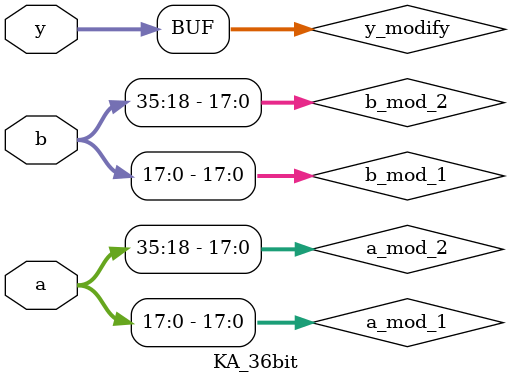
<source format=v>
`timescale 1ns / 1ps

module KA_36bit(
    a,
    b,
    y
    );

input [35:0] a;
input [35:0] b;

input [70:0] y;


wire [17:0] a_mod_1; //18
wire [17:0] b_mod_1; //18
wire [34:0] y_mod_1;  //35

wire [17:0] a_mod_2; //18
wire [17:0] b_mod_2; //18
wire [34:0] y_mod_2; //35

wire [17:0] a_mod_3; //18
wire [17:0] b_mod_3; //18
wire [34:0] y_mod_3; //35

wire [34:0] B1_out1, B1_out2, B1_out3;

wire [70:0] y_modify;


KA_18bit bit_mod_1 (.y(y_mod_1), .a(a_mod_1), .b(b_mod_1));
KA_18bit bit_mod_2 (.y(y_mod_2), .a(a_mod_2), .b(b_mod_2));
KA_18bit bit_mod_3 (.y(y_mod_3), .a(a_mod_3), .b(b_mod_3));

assign a_mod_1 = a[17:0], b_mod_1 = b[17:0];

assign a_mod_2 = a[35:18], b_mod_2 = b[35:18];

assign a_mod_3 = a[17:0]^a[35:18], b_mod_3 = b[17:0]^b[35:18];



assign B1_out1 = y_mod_1;

assign B1_out2 = y_mod_1 ^ y_mod_2 ^ y_mod_3 ;

assign B1_out3 = y_mod_2;


overlap_module_36bit ov_mod (
        .B2_in1(B1_out1),
        .B2_in2(B1_out2),
        .B2_in3(B1_out3),
        .B2_out(y_modify)
        );

assign y = y_modify[70:0];

endmodule
</source>
